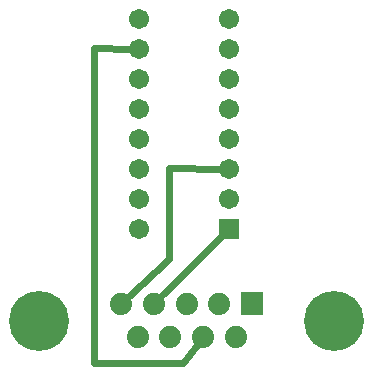
<source format=gtl>
G04 MADE WITH FRITZING*
G04 WWW.FRITZING.ORG*
G04 DOUBLE SIDED*
G04 HOLES PLATED*
G04 CONTOUR ON CENTER OF CONTOUR VECTOR*
%ASAXBY*%
%FSLAX23Y23*%
%MOIN*%
%OFA0B0*%
%SFA1.0B1.0*%
%ADD10C,0.074000*%
%ADD11C,0.200000*%
%ADD12C,0.067559*%
%ADD13R,0.067559X0.067559*%
%ADD14C,0.024000*%
%ADD15R,0.001000X0.001000*%
%LNCOPPER1*%
G90*
G70*
G54D10*
X844Y226D03*
X735Y226D03*
X626Y226D03*
X517Y226D03*
X407Y226D03*
X789Y114D03*
X680Y114D03*
X571Y114D03*
X462Y114D03*
G54D11*
X1118Y170D03*
X133Y170D03*
G54D10*
X844Y226D03*
X735Y226D03*
X626Y226D03*
X517Y226D03*
X407Y226D03*
X789Y114D03*
X680Y114D03*
X571Y114D03*
X462Y114D03*
G54D11*
X1118Y170D03*
X133Y170D03*
G54D12*
X767Y476D03*
X467Y476D03*
X767Y576D03*
X467Y576D03*
X767Y676D03*
X467Y676D03*
X767Y776D03*
X467Y776D03*
X767Y876D03*
X467Y876D03*
X767Y976D03*
X467Y976D03*
X767Y1076D03*
X467Y1076D03*
X767Y1176D03*
X467Y1176D03*
G54D13*
X766Y476D03*
G54D14*
X538Y248D02*
X749Y459D01*
D02*
X615Y27D02*
X317Y27D01*
D02*
X317Y27D02*
X317Y1077D01*
D02*
X317Y1077D02*
X442Y1076D01*
D02*
X661Y89D02*
X615Y27D01*
D02*
X567Y376D02*
X567Y677D01*
D02*
X567Y677D02*
X742Y676D01*
D02*
X430Y247D02*
X567Y376D01*
G54D15*
X807Y263D02*
X880Y263D01*
X807Y262D02*
X880Y262D01*
X807Y261D02*
X880Y261D01*
X807Y260D02*
X880Y260D01*
X807Y259D02*
X880Y259D01*
X807Y258D02*
X880Y258D01*
X807Y257D02*
X880Y257D01*
X807Y256D02*
X880Y256D01*
X807Y255D02*
X880Y255D01*
X807Y254D02*
X880Y254D01*
X807Y253D02*
X880Y253D01*
X807Y252D02*
X880Y252D01*
X807Y251D02*
X880Y251D01*
X807Y250D02*
X880Y250D01*
X807Y249D02*
X880Y249D01*
X807Y248D02*
X880Y248D01*
X807Y247D02*
X880Y247D01*
X807Y246D02*
X837Y246D01*
X849Y246D02*
X880Y246D01*
X807Y245D02*
X834Y245D01*
X852Y245D02*
X880Y245D01*
X807Y244D02*
X833Y244D01*
X854Y244D02*
X880Y244D01*
X807Y243D02*
X831Y243D01*
X855Y243D02*
X880Y243D01*
X807Y242D02*
X830Y242D01*
X856Y242D02*
X880Y242D01*
X807Y241D02*
X829Y241D01*
X858Y241D02*
X880Y241D01*
X807Y240D02*
X828Y240D01*
X858Y240D02*
X880Y240D01*
X807Y239D02*
X827Y239D01*
X859Y239D02*
X880Y239D01*
X807Y238D02*
X826Y238D01*
X860Y238D02*
X880Y238D01*
X807Y237D02*
X825Y237D01*
X861Y237D02*
X880Y237D01*
X807Y236D02*
X825Y236D01*
X861Y236D02*
X880Y236D01*
X807Y235D02*
X824Y235D01*
X862Y235D02*
X880Y235D01*
X807Y234D02*
X824Y234D01*
X862Y234D02*
X880Y234D01*
X807Y233D02*
X824Y233D01*
X862Y233D02*
X880Y233D01*
X807Y232D02*
X823Y232D01*
X863Y232D02*
X880Y232D01*
X807Y231D02*
X823Y231D01*
X863Y231D02*
X880Y231D01*
X807Y230D02*
X823Y230D01*
X863Y230D02*
X880Y230D01*
X807Y229D02*
X823Y229D01*
X863Y229D02*
X880Y229D01*
X807Y228D02*
X823Y228D01*
X863Y228D02*
X880Y228D01*
X807Y227D02*
X823Y227D01*
X863Y227D02*
X880Y227D01*
X807Y226D02*
X823Y226D01*
X863Y226D02*
X880Y226D01*
X807Y225D02*
X823Y225D01*
X863Y225D02*
X880Y225D01*
X807Y224D02*
X823Y224D01*
X863Y224D02*
X880Y224D01*
X807Y223D02*
X823Y223D01*
X863Y223D02*
X880Y223D01*
X807Y222D02*
X823Y222D01*
X863Y222D02*
X880Y222D01*
X807Y221D02*
X823Y221D01*
X863Y221D02*
X880Y221D01*
X807Y220D02*
X824Y220D01*
X862Y220D02*
X880Y220D01*
X807Y219D02*
X824Y219D01*
X862Y219D02*
X880Y219D01*
X807Y218D02*
X825Y218D01*
X861Y218D02*
X880Y218D01*
X807Y217D02*
X825Y217D01*
X861Y217D02*
X880Y217D01*
X807Y216D02*
X826Y216D01*
X860Y216D02*
X880Y216D01*
X807Y215D02*
X826Y215D01*
X860Y215D02*
X880Y215D01*
X807Y214D02*
X827Y214D01*
X859Y214D02*
X880Y214D01*
X807Y213D02*
X828Y213D01*
X858Y213D02*
X880Y213D01*
X807Y212D02*
X829Y212D01*
X857Y212D02*
X880Y212D01*
X807Y211D02*
X830Y211D01*
X856Y211D02*
X880Y211D01*
X807Y210D02*
X832Y210D01*
X854Y210D02*
X880Y210D01*
X807Y209D02*
X834Y209D01*
X853Y209D02*
X880Y209D01*
X807Y208D02*
X836Y208D01*
X850Y208D02*
X880Y208D01*
X807Y207D02*
X840Y207D01*
X846Y207D02*
X880Y207D01*
X807Y206D02*
X880Y206D01*
X807Y205D02*
X880Y205D01*
X807Y204D02*
X880Y204D01*
X807Y203D02*
X880Y203D01*
X807Y202D02*
X880Y202D01*
X807Y201D02*
X880Y201D01*
X807Y200D02*
X880Y200D01*
X807Y199D02*
X880Y199D01*
X807Y198D02*
X880Y198D01*
X807Y197D02*
X880Y197D01*
X807Y196D02*
X880Y196D01*
X807Y195D02*
X880Y195D01*
X807Y194D02*
X880Y194D01*
X807Y193D02*
X880Y193D01*
X807Y192D02*
X880Y192D01*
X807Y191D02*
X880Y191D01*
X807Y190D02*
X879Y190D01*
D02*
G04 End of Copper1*
M02*
</source>
